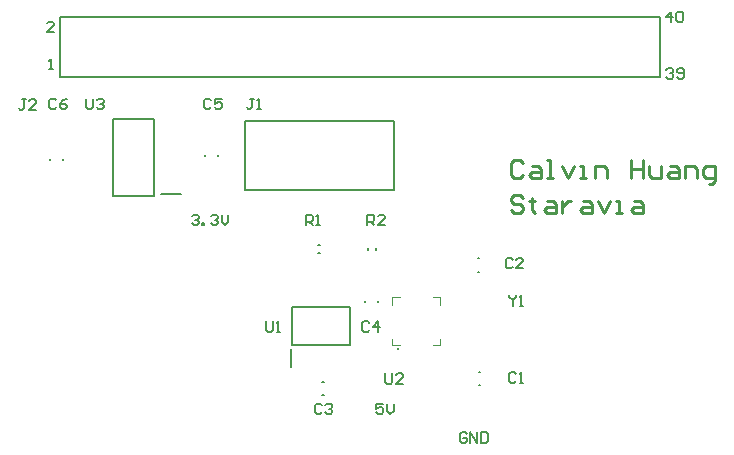
<source format=gto>
G04*
G04 #@! TF.GenerationSoftware,Altium Limited,Altium Designer,21.4.1 (30)*
G04*
G04 Layer_Color=65535*
%FSLAX25Y25*%
%MOIN*%
G70*
G04*
G04 #@! TF.SameCoordinates,4DB3B217-B7BD-441B-8BB1-1C5CD1DCED83*
G04*
G04*
G04 #@! TF.FilePolarity,Positive*
G04*
G01*
G75*
%ADD10C,0.01000*%
%ADD11C,0.00787*%
%ADD12C,0.00394*%
%ADD13C,0.01000*%
%ADD14C,0.00800*%
D10*
X140134Y104526D02*
D03*
D11*
X129136Y120361D02*
Y120755D01*
X133664Y120361D02*
Y120755D01*
X27673Y195500D02*
X227673D01*
X27673Y215500D02*
X227673D01*
X27673Y195500D02*
Y215500D01*
X227673Y195500D02*
Y215500D01*
X166945Y130436D02*
X167339D01*
X166945Y134964D02*
X167339D01*
X167203Y92636D02*
X167597D01*
X167203Y97164D02*
X167597D01*
X115047Y89284D02*
X115441D01*
X115047Y93811D02*
X115441D01*
X105054Y106072D02*
Y118671D01*
X124346D01*
Y106072D02*
Y118671D01*
X105054Y106072D02*
X124346D01*
X104444Y98592D02*
Y104694D01*
X130220Y137554D02*
Y138342D01*
X132780Y137554D02*
Y138342D01*
X89358Y157600D02*
Y180600D01*
Y157600D02*
X138857D01*
Y180600D01*
X89358D02*
X138857D01*
X113406Y139279D02*
X114194D01*
X113406Y136721D02*
X114194D01*
X61057Y156297D02*
X67946D01*
X58990Y155805D02*
Y181395D01*
X45210D02*
X58990D01*
X45210Y155805D02*
Y181395D01*
Y155805D02*
X58990D01*
X24136Y167503D02*
Y167897D01*
X28664Y167503D02*
Y167897D01*
X80264Y168903D02*
Y169297D01*
X75736Y168903D02*
Y169297D01*
D12*
X138362Y106101D02*
X140724D01*
X138362D02*
Y108069D01*
Y119487D02*
Y121849D01*
X140724D01*
X151748Y106101D02*
X154110D01*
Y108069D01*
X151748Y121849D02*
X154110D01*
Y119487D02*
Y121849D01*
D13*
X181899Y166595D02*
X180899Y167595D01*
X178900D01*
X177900Y166595D01*
Y162597D01*
X178900Y161597D01*
X180899D01*
X181899Y162597D01*
X184898Y165596D02*
X186897D01*
X187897Y164596D01*
Y161597D01*
X184898D01*
X183898Y162597D01*
X184898Y163596D01*
X187897D01*
X189896Y161597D02*
X191895D01*
X190896D01*
Y167595D01*
X189896D01*
X194895Y165596D02*
X196894Y161597D01*
X198893Y165596D01*
X200893Y161597D02*
X202892D01*
X201892D01*
Y165596D01*
X200893D01*
X205891Y161597D02*
Y165596D01*
X208890D01*
X209890Y164596D01*
Y161597D01*
X217887Y167595D02*
Y161597D01*
Y164596D01*
X221886D01*
Y167595D01*
Y161597D01*
X223885Y165596D02*
Y162597D01*
X224885Y161597D01*
X227884D01*
Y165596D01*
X230883D02*
X232882D01*
X233882Y164596D01*
Y161597D01*
X230883D01*
X229883Y162597D01*
X230883Y163596D01*
X233882D01*
X235881Y161597D02*
Y165596D01*
X238880D01*
X239880Y164596D01*
Y161597D01*
X243879Y159598D02*
X244878D01*
X245878Y160597D01*
Y165596D01*
X242879D01*
X241879Y164596D01*
Y162597D01*
X242879Y161597D01*
X245878D01*
X181899Y154998D02*
X180899Y155998D01*
X178900D01*
X177900Y154998D01*
Y153999D01*
X178900Y152999D01*
X180899D01*
X181899Y151999D01*
Y151000D01*
X180899Y150000D01*
X178900D01*
X177900Y151000D01*
X184898Y154998D02*
Y153999D01*
X183898D01*
X185897D01*
X184898D01*
Y151000D01*
X185897Y150000D01*
X189896Y153999D02*
X191895D01*
X192895Y152999D01*
Y150000D01*
X189896D01*
X188896Y151000D01*
X189896Y151999D01*
X192895D01*
X194895Y153999D02*
Y150000D01*
Y151999D01*
X195894Y152999D01*
X196894Y153999D01*
X197894D01*
X201892D02*
X203892D01*
X204891Y152999D01*
Y150000D01*
X201892D01*
X200893Y151000D01*
X201892Y151999D01*
X204891D01*
X206891Y153999D02*
X208890Y150000D01*
X210889Y153999D01*
X212889Y150000D02*
X214888D01*
X213888D01*
Y153999D01*
X212889D01*
X218887D02*
X220886D01*
X221886Y152999D01*
Y150000D01*
X218887D01*
X217887Y151000D01*
X218887Y151999D01*
X221886D01*
D14*
X71477Y148916D02*
X72060Y149499D01*
X73226D01*
X73810Y148916D01*
Y148333D01*
X73226Y147749D01*
X72643D01*
X73226D01*
X73810Y147166D01*
Y146583D01*
X73226Y146000D01*
X72060D01*
X71477Y146583D01*
X74976Y146000D02*
Y146583D01*
X75559D01*
Y146000D01*
X74976D01*
X77892Y148916D02*
X78475Y149499D01*
X79641D01*
X80224Y148916D01*
Y148333D01*
X79641Y147749D01*
X79058D01*
X79641D01*
X80224Y147166D01*
Y146583D01*
X79641Y146000D01*
X78475D01*
X77892Y146583D01*
X81390Y149499D02*
Y147166D01*
X82557Y146000D01*
X83723Y147166D01*
Y149499D01*
X130717Y113266D02*
X130134Y113849D01*
X128967D01*
X128384Y113266D01*
Y110934D01*
X128967Y110351D01*
X130134D01*
X130717Y110934D01*
X133633Y110351D02*
Y113849D01*
X131883Y112100D01*
X134216D01*
X135984Y96549D02*
Y93634D01*
X136567Y93051D01*
X137734D01*
X138317Y93634D01*
Y96549D01*
X141816Y93051D02*
X139483D01*
X141816Y95383D01*
Y95966D01*
X141233Y96549D01*
X140066D01*
X139483Y95966D01*
X16117Y187949D02*
X14951D01*
X15534D01*
Y185034D01*
X14951Y184451D01*
X14367D01*
X13784Y185034D01*
X19616Y184451D02*
X17283D01*
X19616Y186783D01*
Y187366D01*
X19033Y187949D01*
X17866D01*
X17283Y187366D01*
X23900Y197900D02*
X25066D01*
X24483D01*
Y201399D01*
X23900Y200816D01*
X25533Y210300D02*
X23200D01*
X25533Y212633D01*
Y213216D01*
X24949Y213799D01*
X23783D01*
X23200Y213216D01*
X231249Y213600D02*
Y217099D01*
X229500Y215349D01*
X231833D01*
X232999Y216516D02*
X233582Y217099D01*
X234748D01*
X235331Y216516D01*
Y214183D01*
X234748Y213600D01*
X233582D01*
X232999Y214183D01*
Y216516D01*
X229700Y197716D02*
X230283Y198299D01*
X231449D01*
X232033Y197716D01*
Y197133D01*
X231449Y196549D01*
X230866D01*
X231449D01*
X232033Y195966D01*
Y195383D01*
X231449Y194800D01*
X230283D01*
X229700Y195383D01*
X233199D02*
X233782Y194800D01*
X234948D01*
X235531Y195383D01*
Y197716D01*
X234948Y198299D01*
X233782D01*
X233199Y197716D01*
Y197133D01*
X233782Y196549D01*
X235531D01*
X163167Y76266D02*
X162584Y76849D01*
X161418D01*
X160835Y76266D01*
Y73934D01*
X161418Y73351D01*
X162584D01*
X163167Y73934D01*
Y75100D01*
X162001D01*
X164334Y73351D02*
Y76849D01*
X166666Y73351D01*
Y76849D01*
X167833D02*
Y73351D01*
X169582D01*
X170165Y73934D01*
Y76266D01*
X169582Y76849D01*
X167833D01*
X135317Y86497D02*
X132984D01*
Y84747D01*
X134151Y85330D01*
X134734D01*
X135317Y84747D01*
Y83581D01*
X134734Y82998D01*
X133567D01*
X132984Y83581D01*
X136483Y86497D02*
Y84164D01*
X137649Y82998D01*
X138816Y84164D01*
Y86497D01*
X178417Y134466D02*
X177834Y135049D01*
X176667D01*
X176084Y134466D01*
Y132134D01*
X176667Y131551D01*
X177834D01*
X178417Y132134D01*
X181916Y131551D02*
X179583D01*
X181916Y133883D01*
Y134466D01*
X181333Y135049D01*
X180166D01*
X179583Y134466D01*
Y96366D02*
X179000Y96949D01*
X177834D01*
X177251Y96366D01*
Y94034D01*
X177834Y93451D01*
X179000D01*
X179583Y94034D01*
X180749Y93451D02*
X181916D01*
X181333D01*
Y96949D01*
X180749Y96366D01*
X177251Y122649D02*
Y122066D01*
X178417Y120900D01*
X179583Y122066D01*
Y122649D01*
X178417Y120900D02*
Y119151D01*
X180749D02*
X181916D01*
X181333D01*
Y122649D01*
X180749Y122066D01*
X114861Y85913D02*
X114277Y86497D01*
X113111D01*
X112528Y85913D01*
Y83581D01*
X113111Y82998D01*
X114277D01*
X114861Y83581D01*
X116027Y85913D02*
X116610Y86497D01*
X117776D01*
X118359Y85913D01*
Y85330D01*
X117776Y84747D01*
X117193D01*
X117776D01*
X118359Y84164D01*
Y83581D01*
X117776Y82998D01*
X116610D01*
X116027Y83581D01*
X96267Y113849D02*
Y110934D01*
X96851Y110351D01*
X98017D01*
X98600Y110934D01*
Y113849D01*
X99766Y110351D02*
X100933D01*
X100349D01*
Y113849D01*
X99766Y113266D01*
X130000Y146000D02*
Y149499D01*
X131749D01*
X132333Y148916D01*
Y147749D01*
X131749Y147166D01*
X130000D01*
X131166D02*
X132333Y146000D01*
X135831D02*
X133499D01*
X135831Y148333D01*
Y148916D01*
X135248Y149499D01*
X134082D01*
X133499Y148916D01*
X36300Y188099D02*
Y185183D01*
X36883Y184600D01*
X38049D01*
X38633Y185183D01*
Y188099D01*
X39799Y187516D02*
X40382Y188099D01*
X41548D01*
X42132Y187516D01*
Y186933D01*
X41548Y186349D01*
X40965D01*
X41548D01*
X42132Y185766D01*
Y185183D01*
X41548Y184600D01*
X40382D01*
X39799Y185183D01*
X109400Y146000D02*
Y149499D01*
X111149D01*
X111733Y148916D01*
Y147749D01*
X111149Y147166D01*
X109400D01*
X110566D02*
X111733Y146000D01*
X112899D02*
X114065D01*
X113482D01*
Y149499D01*
X112899Y148916D01*
X92133Y188099D02*
X90966D01*
X91549D01*
Y185183D01*
X90966Y184600D01*
X90383D01*
X89800Y185183D01*
X93299Y184600D02*
X94465D01*
X93882D01*
Y188099D01*
X93299Y187516D01*
X26333D02*
X25749Y188099D01*
X24583D01*
X24000Y187516D01*
Y185183D01*
X24583Y184600D01*
X25749D01*
X26333Y185183D01*
X29831Y188099D02*
X28665Y187516D01*
X27499Y186349D01*
Y185183D01*
X28082Y184600D01*
X29248D01*
X29831Y185183D01*
Y185766D01*
X29248Y186349D01*
X27499D01*
X77933Y187516D02*
X77349Y188099D01*
X76183D01*
X75600Y187516D01*
Y185183D01*
X76183Y184600D01*
X77349D01*
X77933Y185183D01*
X81431Y188099D02*
X79099D01*
Y186349D01*
X80265Y186933D01*
X80848D01*
X81431Y186349D01*
Y185183D01*
X80848Y184600D01*
X79682D01*
X79099Y185183D01*
M02*

</source>
